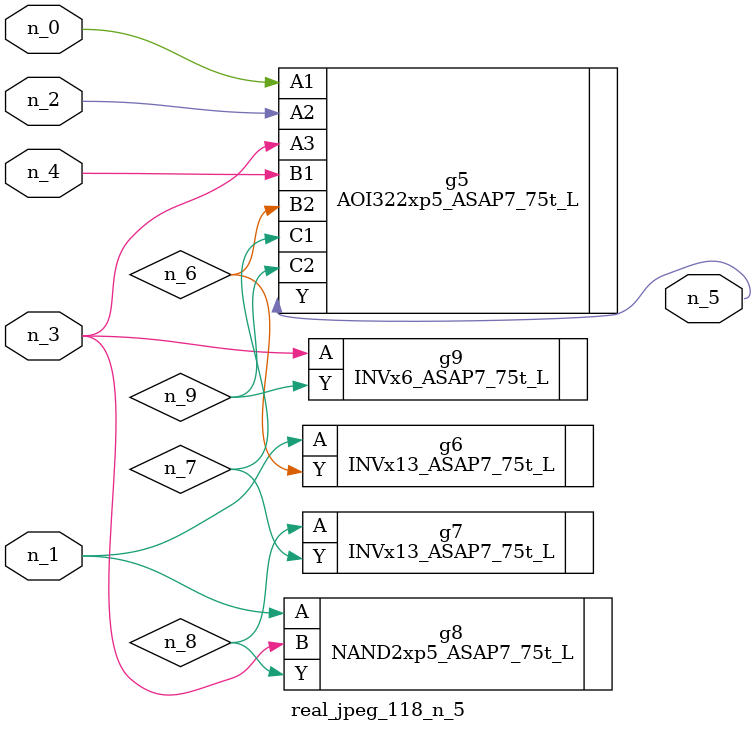
<source format=v>
module real_jpeg_118_n_5 (n_4, n_0, n_1, n_2, n_3, n_5);

input n_4;
input n_0;
input n_1;
input n_2;
input n_3;

output n_5;

wire n_8;
wire n_6;
wire n_7;
wire n_9;

AOI322xp5_ASAP7_75t_L g5 ( 
.A1(n_0),
.A2(n_2),
.A3(n_3),
.B1(n_4),
.B2(n_6),
.C1(n_7),
.C2(n_9),
.Y(n_5)
);

INVx13_ASAP7_75t_L g6 ( 
.A(n_1),
.Y(n_6)
);

NAND2xp5_ASAP7_75t_L g8 ( 
.A(n_1),
.B(n_3),
.Y(n_8)
);

INVx6_ASAP7_75t_L g9 ( 
.A(n_3),
.Y(n_9)
);

INVx13_ASAP7_75t_L g7 ( 
.A(n_8),
.Y(n_7)
);


endmodule
</source>
